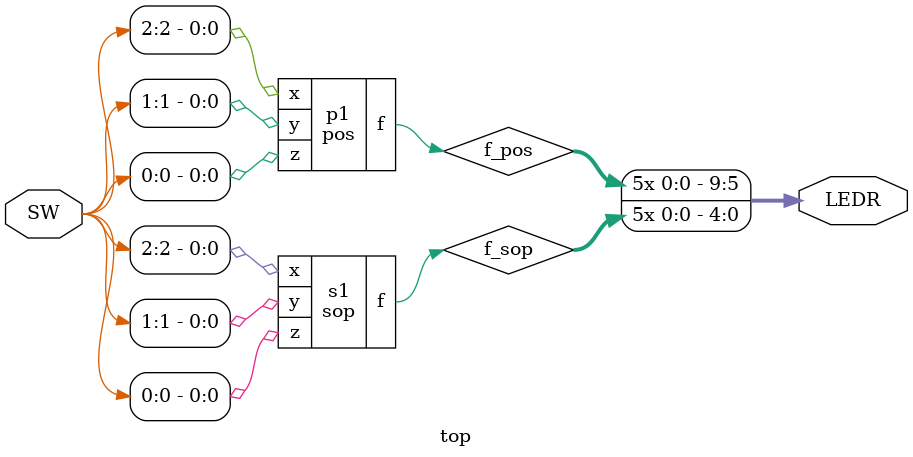
<source format=v>

module pos (

    input x, y, z,

    output f

);

    assign f = (x | y | ~z) & (x | ~y | z) & (~x | y | z) & (~x | ~y | ~z);

endmodule


// --- Módulo SOP ---

module sop (

    input x, y, z,

    output f

);

    assign f = (~x & ~y & ~z) |

               (~x & y & z) |

               (x & ~y & z) |

               (x & y & ~z);

endmodule


// --- Módulo principal TOP ---

module top (

    input [2:0] SW,

    output [9:0] LEDR

);

    wire f_pos, f_sop;


    pos p1 (.x(SW[2]), .y(SW[1]), .z(SW[0]), .f(f_pos));

    sop s1 (.x(SW[2]), .y(SW[1]), .z(SW[0]), .f(f_sop));


    assign LEDR[9:5] = {5{f_pos}};

    assign LEDR[4:0] = {5{f_sop}};

endmodule

</source>
